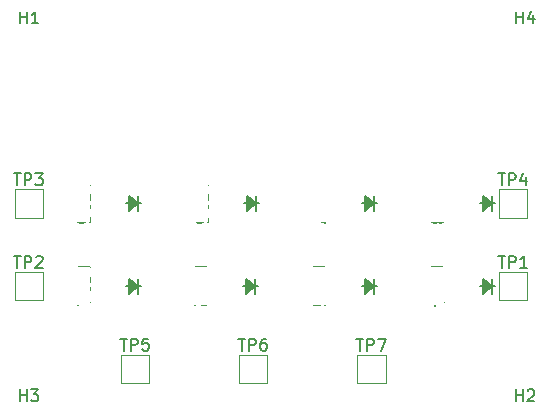
<source format=gbr>
%TF.GenerationSoftware,KiCad,Pcbnew,8.0.2*%
%TF.CreationDate,2024-10-27T20:36:43-03:00*%
%TF.ProjectId,LumiCom_Led,4c756d69-436f-46d5-9f4c-65642e6b6963,rev?*%
%TF.SameCoordinates,Original*%
%TF.FileFunction,Legend,Top*%
%TF.FilePolarity,Positive*%
%FSLAX46Y46*%
G04 Gerber Fmt 4.6, Leading zero omitted, Abs format (unit mm)*
G04 Created by KiCad (PCBNEW 8.0.2) date 2024-10-27 20:36:43*
%MOMM*%
%LPD*%
G01*
G04 APERTURE LIST*
%ADD10C,0.150000*%
%ADD11C,0.152400*%
%ADD12C,0.120000*%
%ADD13R,0.508000X3.302000*%
%ADD14R,1.295400X3.302000*%
%ADD15R,2.000000X2.000000*%
%ADD16C,2.700000*%
G04 APERTURE END LIST*
D10*
X163084680Y-101880952D02*
X163084680Y-101404762D01*
X163084680Y-101404762D02*
X164084680Y-101404762D01*
X163608490Y-102214286D02*
X163608490Y-102547619D01*
X163084680Y-102690476D02*
X163084680Y-102214286D01*
X163084680Y-102214286D02*
X164084680Y-102214286D01*
X164084680Y-102214286D02*
X164084680Y-102690476D01*
X163084680Y-103119048D02*
X164084680Y-103119048D01*
X164084680Y-103119048D02*
X164084680Y-103357143D01*
X164084680Y-103357143D02*
X164037061Y-103500000D01*
X164037061Y-103500000D02*
X163941823Y-103595238D01*
X163941823Y-103595238D02*
X163846585Y-103642857D01*
X163846585Y-103642857D02*
X163656109Y-103690476D01*
X163656109Y-103690476D02*
X163513252Y-103690476D01*
X163513252Y-103690476D02*
X163322776Y-103642857D01*
X163322776Y-103642857D02*
X163227538Y-103595238D01*
X163227538Y-103595238D02*
X163132300Y-103500000D01*
X163132300Y-103500000D02*
X163084680Y-103357143D01*
X163084680Y-103357143D02*
X163084680Y-103119048D01*
X164084680Y-104023810D02*
X164084680Y-104642857D01*
X164084680Y-104642857D02*
X163703728Y-104309524D01*
X163703728Y-104309524D02*
X163703728Y-104452381D01*
X163703728Y-104452381D02*
X163656109Y-104547619D01*
X163656109Y-104547619D02*
X163608490Y-104595238D01*
X163608490Y-104595238D02*
X163513252Y-104642857D01*
X163513252Y-104642857D02*
X163275157Y-104642857D01*
X163275157Y-104642857D02*
X163179919Y-104595238D01*
X163179919Y-104595238D02*
X163132300Y-104547619D01*
X163132300Y-104547619D02*
X163084680Y-104452381D01*
X163084680Y-104452381D02*
X163084680Y-104166667D01*
X163084680Y-104166667D02*
X163132300Y-104071429D01*
X163132300Y-104071429D02*
X163179919Y-104023810D01*
X153084680Y-101880952D02*
X153084680Y-101404762D01*
X153084680Y-101404762D02*
X154084680Y-101404762D01*
X153608490Y-102214286D02*
X153608490Y-102547619D01*
X153084680Y-102690476D02*
X153084680Y-102214286D01*
X153084680Y-102214286D02*
X154084680Y-102214286D01*
X154084680Y-102214286D02*
X154084680Y-102690476D01*
X153084680Y-103119048D02*
X154084680Y-103119048D01*
X154084680Y-103119048D02*
X154084680Y-103357143D01*
X154084680Y-103357143D02*
X154037061Y-103500000D01*
X154037061Y-103500000D02*
X153941823Y-103595238D01*
X153941823Y-103595238D02*
X153846585Y-103642857D01*
X153846585Y-103642857D02*
X153656109Y-103690476D01*
X153656109Y-103690476D02*
X153513252Y-103690476D01*
X153513252Y-103690476D02*
X153322776Y-103642857D01*
X153322776Y-103642857D02*
X153227538Y-103595238D01*
X153227538Y-103595238D02*
X153132300Y-103500000D01*
X153132300Y-103500000D02*
X153084680Y-103357143D01*
X153084680Y-103357143D02*
X153084680Y-103119048D01*
X153989442Y-104071429D02*
X154037061Y-104119048D01*
X154037061Y-104119048D02*
X154084680Y-104214286D01*
X154084680Y-104214286D02*
X154084680Y-104452381D01*
X154084680Y-104452381D02*
X154037061Y-104547619D01*
X154037061Y-104547619D02*
X153989442Y-104595238D01*
X153989442Y-104595238D02*
X153894204Y-104642857D01*
X153894204Y-104642857D02*
X153798966Y-104642857D01*
X153798966Y-104642857D02*
X153656109Y-104595238D01*
X153656109Y-104595238D02*
X153084680Y-104023810D01*
X153084680Y-104023810D02*
X153084680Y-104642857D01*
X173084680Y-101880952D02*
X173084680Y-101404762D01*
X173084680Y-101404762D02*
X174084680Y-101404762D01*
X173608490Y-102214286D02*
X173608490Y-102547619D01*
X173084680Y-102690476D02*
X173084680Y-102214286D01*
X173084680Y-102214286D02*
X174084680Y-102214286D01*
X174084680Y-102214286D02*
X174084680Y-102690476D01*
X173084680Y-103119048D02*
X174084680Y-103119048D01*
X174084680Y-103119048D02*
X174084680Y-103357143D01*
X174084680Y-103357143D02*
X174037061Y-103500000D01*
X174037061Y-103500000D02*
X173941823Y-103595238D01*
X173941823Y-103595238D02*
X173846585Y-103642857D01*
X173846585Y-103642857D02*
X173656109Y-103690476D01*
X173656109Y-103690476D02*
X173513252Y-103690476D01*
X173513252Y-103690476D02*
X173322776Y-103642857D01*
X173322776Y-103642857D02*
X173227538Y-103595238D01*
X173227538Y-103595238D02*
X173132300Y-103500000D01*
X173132300Y-103500000D02*
X173084680Y-103357143D01*
X173084680Y-103357143D02*
X173084680Y-103119048D01*
X173751347Y-104547619D02*
X173084680Y-104547619D01*
X174132300Y-104309524D02*
X173418014Y-104071429D01*
X173418014Y-104071429D02*
X173418014Y-104690476D01*
X156738095Y-107456819D02*
X157309523Y-107456819D01*
X157023809Y-108456819D02*
X157023809Y-107456819D01*
X157642857Y-108456819D02*
X157642857Y-107456819D01*
X157642857Y-107456819D02*
X158023809Y-107456819D01*
X158023809Y-107456819D02*
X158119047Y-107504438D01*
X158119047Y-107504438D02*
X158166666Y-107552057D01*
X158166666Y-107552057D02*
X158214285Y-107647295D01*
X158214285Y-107647295D02*
X158214285Y-107790152D01*
X158214285Y-107790152D02*
X158166666Y-107885390D01*
X158166666Y-107885390D02*
X158119047Y-107933009D01*
X158119047Y-107933009D02*
X158023809Y-107980628D01*
X158023809Y-107980628D02*
X157642857Y-107980628D01*
X159071428Y-107456819D02*
X158880952Y-107456819D01*
X158880952Y-107456819D02*
X158785714Y-107504438D01*
X158785714Y-107504438D02*
X158738095Y-107552057D01*
X158738095Y-107552057D02*
X158642857Y-107694914D01*
X158642857Y-107694914D02*
X158595238Y-107885390D01*
X158595238Y-107885390D02*
X158595238Y-108266342D01*
X158595238Y-108266342D02*
X158642857Y-108361580D01*
X158642857Y-108361580D02*
X158690476Y-108409200D01*
X158690476Y-108409200D02*
X158785714Y-108456819D01*
X158785714Y-108456819D02*
X158976190Y-108456819D01*
X158976190Y-108456819D02*
X159071428Y-108409200D01*
X159071428Y-108409200D02*
X159119047Y-108361580D01*
X159119047Y-108361580D02*
X159166666Y-108266342D01*
X159166666Y-108266342D02*
X159166666Y-108028247D01*
X159166666Y-108028247D02*
X159119047Y-107933009D01*
X159119047Y-107933009D02*
X159071428Y-107885390D01*
X159071428Y-107885390D02*
X158976190Y-107837771D01*
X158976190Y-107837771D02*
X158785714Y-107837771D01*
X158785714Y-107837771D02*
X158690476Y-107885390D01*
X158690476Y-107885390D02*
X158642857Y-107933009D01*
X158642857Y-107933009D02*
X158595238Y-108028247D01*
X180238095Y-112754819D02*
X180238095Y-111754819D01*
X180238095Y-112231009D02*
X180809523Y-112231009D01*
X180809523Y-112754819D02*
X180809523Y-111754819D01*
X181238095Y-111850057D02*
X181285714Y-111802438D01*
X181285714Y-111802438D02*
X181380952Y-111754819D01*
X181380952Y-111754819D02*
X181619047Y-111754819D01*
X181619047Y-111754819D02*
X181714285Y-111802438D01*
X181714285Y-111802438D02*
X181761904Y-111850057D01*
X181761904Y-111850057D02*
X181809523Y-111945295D01*
X181809523Y-111945295D02*
X181809523Y-112040533D01*
X181809523Y-112040533D02*
X181761904Y-112183390D01*
X181761904Y-112183390D02*
X181190476Y-112754819D01*
X181190476Y-112754819D02*
X181809523Y-112754819D01*
X163084680Y-94880952D02*
X163084680Y-94404762D01*
X163084680Y-94404762D02*
X164084680Y-94404762D01*
X163608490Y-95214286D02*
X163608490Y-95547619D01*
X163084680Y-95690476D02*
X163084680Y-95214286D01*
X163084680Y-95214286D02*
X164084680Y-95214286D01*
X164084680Y-95214286D02*
X164084680Y-95690476D01*
X163084680Y-96119048D02*
X164084680Y-96119048D01*
X164084680Y-96119048D02*
X164084680Y-96357143D01*
X164084680Y-96357143D02*
X164037061Y-96500000D01*
X164037061Y-96500000D02*
X163941823Y-96595238D01*
X163941823Y-96595238D02*
X163846585Y-96642857D01*
X163846585Y-96642857D02*
X163656109Y-96690476D01*
X163656109Y-96690476D02*
X163513252Y-96690476D01*
X163513252Y-96690476D02*
X163322776Y-96642857D01*
X163322776Y-96642857D02*
X163227538Y-96595238D01*
X163227538Y-96595238D02*
X163132300Y-96500000D01*
X163132300Y-96500000D02*
X163084680Y-96357143D01*
X163084680Y-96357143D02*
X163084680Y-96119048D01*
X164084680Y-97023810D02*
X164084680Y-97690476D01*
X164084680Y-97690476D02*
X163084680Y-97261905D01*
X180238095Y-80754819D02*
X180238095Y-79754819D01*
X180238095Y-80231009D02*
X180809523Y-80231009D01*
X180809523Y-80754819D02*
X180809523Y-79754819D01*
X181714285Y-80088152D02*
X181714285Y-80754819D01*
X181476190Y-79707200D02*
X181238095Y-80421485D01*
X181238095Y-80421485D02*
X181857142Y-80421485D01*
X178738095Y-93456819D02*
X179309523Y-93456819D01*
X179023809Y-94456819D02*
X179023809Y-93456819D01*
X179642857Y-94456819D02*
X179642857Y-93456819D01*
X179642857Y-93456819D02*
X180023809Y-93456819D01*
X180023809Y-93456819D02*
X180119047Y-93504438D01*
X180119047Y-93504438D02*
X180166666Y-93552057D01*
X180166666Y-93552057D02*
X180214285Y-93647295D01*
X180214285Y-93647295D02*
X180214285Y-93790152D01*
X180214285Y-93790152D02*
X180166666Y-93885390D01*
X180166666Y-93885390D02*
X180119047Y-93933009D01*
X180119047Y-93933009D02*
X180023809Y-93980628D01*
X180023809Y-93980628D02*
X179642857Y-93980628D01*
X181071428Y-93790152D02*
X181071428Y-94456819D01*
X180833333Y-93409200D02*
X180595238Y-94123485D01*
X180595238Y-94123485D02*
X181214285Y-94123485D01*
X137738095Y-100456819D02*
X138309523Y-100456819D01*
X138023809Y-101456819D02*
X138023809Y-100456819D01*
X138642857Y-101456819D02*
X138642857Y-100456819D01*
X138642857Y-100456819D02*
X139023809Y-100456819D01*
X139023809Y-100456819D02*
X139119047Y-100504438D01*
X139119047Y-100504438D02*
X139166666Y-100552057D01*
X139166666Y-100552057D02*
X139214285Y-100647295D01*
X139214285Y-100647295D02*
X139214285Y-100790152D01*
X139214285Y-100790152D02*
X139166666Y-100885390D01*
X139166666Y-100885390D02*
X139119047Y-100933009D01*
X139119047Y-100933009D02*
X139023809Y-100980628D01*
X139023809Y-100980628D02*
X138642857Y-100980628D01*
X139595238Y-100552057D02*
X139642857Y-100504438D01*
X139642857Y-100504438D02*
X139738095Y-100456819D01*
X139738095Y-100456819D02*
X139976190Y-100456819D01*
X139976190Y-100456819D02*
X140071428Y-100504438D01*
X140071428Y-100504438D02*
X140119047Y-100552057D01*
X140119047Y-100552057D02*
X140166666Y-100647295D01*
X140166666Y-100647295D02*
X140166666Y-100742533D01*
X140166666Y-100742533D02*
X140119047Y-100885390D01*
X140119047Y-100885390D02*
X139547619Y-101456819D01*
X139547619Y-101456819D02*
X140166666Y-101456819D01*
X138238095Y-80754819D02*
X138238095Y-79754819D01*
X138238095Y-80231009D02*
X138809523Y-80231009D01*
X138809523Y-80754819D02*
X138809523Y-79754819D01*
X139809523Y-80754819D02*
X139238095Y-80754819D01*
X139523809Y-80754819D02*
X139523809Y-79754819D01*
X139523809Y-79754819D02*
X139428571Y-79897676D01*
X139428571Y-79897676D02*
X139333333Y-79992914D01*
X139333333Y-79992914D02*
X139238095Y-80040533D01*
X137738095Y-93456819D02*
X138309523Y-93456819D01*
X138023809Y-94456819D02*
X138023809Y-93456819D01*
X138642857Y-94456819D02*
X138642857Y-93456819D01*
X138642857Y-93456819D02*
X139023809Y-93456819D01*
X139023809Y-93456819D02*
X139119047Y-93504438D01*
X139119047Y-93504438D02*
X139166666Y-93552057D01*
X139166666Y-93552057D02*
X139214285Y-93647295D01*
X139214285Y-93647295D02*
X139214285Y-93790152D01*
X139214285Y-93790152D02*
X139166666Y-93885390D01*
X139166666Y-93885390D02*
X139119047Y-93933009D01*
X139119047Y-93933009D02*
X139023809Y-93980628D01*
X139023809Y-93980628D02*
X138642857Y-93980628D01*
X139547619Y-93456819D02*
X140166666Y-93456819D01*
X140166666Y-93456819D02*
X139833333Y-93837771D01*
X139833333Y-93837771D02*
X139976190Y-93837771D01*
X139976190Y-93837771D02*
X140071428Y-93885390D01*
X140071428Y-93885390D02*
X140119047Y-93933009D01*
X140119047Y-93933009D02*
X140166666Y-94028247D01*
X140166666Y-94028247D02*
X140166666Y-94266342D01*
X140166666Y-94266342D02*
X140119047Y-94361580D01*
X140119047Y-94361580D02*
X140071428Y-94409200D01*
X140071428Y-94409200D02*
X139976190Y-94456819D01*
X139976190Y-94456819D02*
X139690476Y-94456819D01*
X139690476Y-94456819D02*
X139595238Y-94409200D01*
X139595238Y-94409200D02*
X139547619Y-94361580D01*
X138238095Y-112754819D02*
X138238095Y-111754819D01*
X138238095Y-112231009D02*
X138809523Y-112231009D01*
X138809523Y-112754819D02*
X138809523Y-111754819D01*
X139190476Y-111754819D02*
X139809523Y-111754819D01*
X139809523Y-111754819D02*
X139476190Y-112135771D01*
X139476190Y-112135771D02*
X139619047Y-112135771D01*
X139619047Y-112135771D02*
X139714285Y-112183390D01*
X139714285Y-112183390D02*
X139761904Y-112231009D01*
X139761904Y-112231009D02*
X139809523Y-112326247D01*
X139809523Y-112326247D02*
X139809523Y-112564342D01*
X139809523Y-112564342D02*
X139761904Y-112659580D01*
X139761904Y-112659580D02*
X139714285Y-112707200D01*
X139714285Y-112707200D02*
X139619047Y-112754819D01*
X139619047Y-112754819D02*
X139333333Y-112754819D01*
X139333333Y-112754819D02*
X139238095Y-112707200D01*
X139238095Y-112707200D02*
X139190476Y-112659580D01*
X143148180Y-101880952D02*
X143148180Y-101404762D01*
X143148180Y-101404762D02*
X144148180Y-101404762D01*
X143671990Y-102214286D02*
X143671990Y-102547619D01*
X143148180Y-102690476D02*
X143148180Y-102214286D01*
X143148180Y-102214286D02*
X144148180Y-102214286D01*
X144148180Y-102214286D02*
X144148180Y-102690476D01*
X143148180Y-103119048D02*
X144148180Y-103119048D01*
X144148180Y-103119048D02*
X144148180Y-103357143D01*
X144148180Y-103357143D02*
X144100561Y-103500000D01*
X144100561Y-103500000D02*
X144005323Y-103595238D01*
X144005323Y-103595238D02*
X143910085Y-103642857D01*
X143910085Y-103642857D02*
X143719609Y-103690476D01*
X143719609Y-103690476D02*
X143576752Y-103690476D01*
X143576752Y-103690476D02*
X143386276Y-103642857D01*
X143386276Y-103642857D02*
X143291038Y-103595238D01*
X143291038Y-103595238D02*
X143195800Y-103500000D01*
X143195800Y-103500000D02*
X143148180Y-103357143D01*
X143148180Y-103357143D02*
X143148180Y-103119048D01*
X143148180Y-104642857D02*
X143148180Y-104071429D01*
X143148180Y-104357143D02*
X144148180Y-104357143D01*
X144148180Y-104357143D02*
X144005323Y-104261905D01*
X144005323Y-104261905D02*
X143910085Y-104166667D01*
X143910085Y-104166667D02*
X143862466Y-104071429D01*
X166738095Y-107456819D02*
X167309523Y-107456819D01*
X167023809Y-108456819D02*
X167023809Y-107456819D01*
X167642857Y-108456819D02*
X167642857Y-107456819D01*
X167642857Y-107456819D02*
X168023809Y-107456819D01*
X168023809Y-107456819D02*
X168119047Y-107504438D01*
X168119047Y-107504438D02*
X168166666Y-107552057D01*
X168166666Y-107552057D02*
X168214285Y-107647295D01*
X168214285Y-107647295D02*
X168214285Y-107790152D01*
X168214285Y-107790152D02*
X168166666Y-107885390D01*
X168166666Y-107885390D02*
X168119047Y-107933009D01*
X168119047Y-107933009D02*
X168023809Y-107980628D01*
X168023809Y-107980628D02*
X167642857Y-107980628D01*
X168547619Y-107456819D02*
X169214285Y-107456819D01*
X169214285Y-107456819D02*
X168785714Y-108456819D01*
X173084680Y-94880952D02*
X173084680Y-94404762D01*
X173084680Y-94404762D02*
X174084680Y-94404762D01*
X173608490Y-95214286D02*
X173608490Y-95547619D01*
X173084680Y-95690476D02*
X173084680Y-95214286D01*
X173084680Y-95214286D02*
X174084680Y-95214286D01*
X174084680Y-95214286D02*
X174084680Y-95690476D01*
X173084680Y-96119048D02*
X174084680Y-96119048D01*
X174084680Y-96119048D02*
X174084680Y-96357143D01*
X174084680Y-96357143D02*
X174037061Y-96500000D01*
X174037061Y-96500000D02*
X173941823Y-96595238D01*
X173941823Y-96595238D02*
X173846585Y-96642857D01*
X173846585Y-96642857D02*
X173656109Y-96690476D01*
X173656109Y-96690476D02*
X173513252Y-96690476D01*
X173513252Y-96690476D02*
X173322776Y-96642857D01*
X173322776Y-96642857D02*
X173227538Y-96595238D01*
X173227538Y-96595238D02*
X173132300Y-96500000D01*
X173132300Y-96500000D02*
X173084680Y-96357143D01*
X173084680Y-96357143D02*
X173084680Y-96119048D01*
X173656109Y-97261905D02*
X173703728Y-97166667D01*
X173703728Y-97166667D02*
X173751347Y-97119048D01*
X173751347Y-97119048D02*
X173846585Y-97071429D01*
X173846585Y-97071429D02*
X173894204Y-97071429D01*
X173894204Y-97071429D02*
X173989442Y-97119048D01*
X173989442Y-97119048D02*
X174037061Y-97166667D01*
X174037061Y-97166667D02*
X174084680Y-97261905D01*
X174084680Y-97261905D02*
X174084680Y-97452381D01*
X174084680Y-97452381D02*
X174037061Y-97547619D01*
X174037061Y-97547619D02*
X173989442Y-97595238D01*
X173989442Y-97595238D02*
X173894204Y-97642857D01*
X173894204Y-97642857D02*
X173846585Y-97642857D01*
X173846585Y-97642857D02*
X173751347Y-97595238D01*
X173751347Y-97595238D02*
X173703728Y-97547619D01*
X173703728Y-97547619D02*
X173656109Y-97452381D01*
X173656109Y-97452381D02*
X173656109Y-97261905D01*
X173656109Y-97261905D02*
X173608490Y-97166667D01*
X173608490Y-97166667D02*
X173560871Y-97119048D01*
X173560871Y-97119048D02*
X173465633Y-97071429D01*
X173465633Y-97071429D02*
X173275157Y-97071429D01*
X173275157Y-97071429D02*
X173179919Y-97119048D01*
X173179919Y-97119048D02*
X173132300Y-97166667D01*
X173132300Y-97166667D02*
X173084680Y-97261905D01*
X173084680Y-97261905D02*
X173084680Y-97452381D01*
X173084680Y-97452381D02*
X173132300Y-97547619D01*
X173132300Y-97547619D02*
X173179919Y-97595238D01*
X173179919Y-97595238D02*
X173275157Y-97642857D01*
X173275157Y-97642857D02*
X173465633Y-97642857D01*
X173465633Y-97642857D02*
X173560871Y-97595238D01*
X173560871Y-97595238D02*
X173608490Y-97547619D01*
X173608490Y-97547619D02*
X173656109Y-97452381D01*
X146738095Y-107456819D02*
X147309523Y-107456819D01*
X147023809Y-108456819D02*
X147023809Y-107456819D01*
X147642857Y-108456819D02*
X147642857Y-107456819D01*
X147642857Y-107456819D02*
X148023809Y-107456819D01*
X148023809Y-107456819D02*
X148119047Y-107504438D01*
X148119047Y-107504438D02*
X148166666Y-107552057D01*
X148166666Y-107552057D02*
X148214285Y-107647295D01*
X148214285Y-107647295D02*
X148214285Y-107790152D01*
X148214285Y-107790152D02*
X148166666Y-107885390D01*
X148166666Y-107885390D02*
X148119047Y-107933009D01*
X148119047Y-107933009D02*
X148023809Y-107980628D01*
X148023809Y-107980628D02*
X147642857Y-107980628D01*
X149119047Y-107456819D02*
X148642857Y-107456819D01*
X148642857Y-107456819D02*
X148595238Y-107933009D01*
X148595238Y-107933009D02*
X148642857Y-107885390D01*
X148642857Y-107885390D02*
X148738095Y-107837771D01*
X148738095Y-107837771D02*
X148976190Y-107837771D01*
X148976190Y-107837771D02*
X149071428Y-107885390D01*
X149071428Y-107885390D02*
X149119047Y-107933009D01*
X149119047Y-107933009D02*
X149166666Y-108028247D01*
X149166666Y-108028247D02*
X149166666Y-108266342D01*
X149166666Y-108266342D02*
X149119047Y-108361580D01*
X149119047Y-108361580D02*
X149071428Y-108409200D01*
X149071428Y-108409200D02*
X148976190Y-108456819D01*
X148976190Y-108456819D02*
X148738095Y-108456819D01*
X148738095Y-108456819D02*
X148642857Y-108409200D01*
X148642857Y-108409200D02*
X148595238Y-108361580D01*
X153148180Y-94880952D02*
X153148180Y-94404762D01*
X153148180Y-94404762D02*
X154148180Y-94404762D01*
X153671990Y-95214286D02*
X153671990Y-95547619D01*
X153148180Y-95690476D02*
X153148180Y-95214286D01*
X153148180Y-95214286D02*
X154148180Y-95214286D01*
X154148180Y-95214286D02*
X154148180Y-95690476D01*
X153148180Y-96119048D02*
X154148180Y-96119048D01*
X154148180Y-96119048D02*
X154148180Y-96357143D01*
X154148180Y-96357143D02*
X154100561Y-96500000D01*
X154100561Y-96500000D02*
X154005323Y-96595238D01*
X154005323Y-96595238D02*
X153910085Y-96642857D01*
X153910085Y-96642857D02*
X153719609Y-96690476D01*
X153719609Y-96690476D02*
X153576752Y-96690476D01*
X153576752Y-96690476D02*
X153386276Y-96642857D01*
X153386276Y-96642857D02*
X153291038Y-96595238D01*
X153291038Y-96595238D02*
X153195800Y-96500000D01*
X153195800Y-96500000D02*
X153148180Y-96357143D01*
X153148180Y-96357143D02*
X153148180Y-96119048D01*
X154148180Y-97547619D02*
X154148180Y-97357143D01*
X154148180Y-97357143D02*
X154100561Y-97261905D01*
X154100561Y-97261905D02*
X154052942Y-97214286D01*
X154052942Y-97214286D02*
X153910085Y-97119048D01*
X153910085Y-97119048D02*
X153719609Y-97071429D01*
X153719609Y-97071429D02*
X153338657Y-97071429D01*
X153338657Y-97071429D02*
X153243419Y-97119048D01*
X153243419Y-97119048D02*
X153195800Y-97166667D01*
X153195800Y-97166667D02*
X153148180Y-97261905D01*
X153148180Y-97261905D02*
X153148180Y-97452381D01*
X153148180Y-97452381D02*
X153195800Y-97547619D01*
X153195800Y-97547619D02*
X153243419Y-97595238D01*
X153243419Y-97595238D02*
X153338657Y-97642857D01*
X153338657Y-97642857D02*
X153576752Y-97642857D01*
X153576752Y-97642857D02*
X153671990Y-97595238D01*
X153671990Y-97595238D02*
X153719609Y-97547619D01*
X153719609Y-97547619D02*
X153767228Y-97452381D01*
X153767228Y-97452381D02*
X153767228Y-97261905D01*
X153767228Y-97261905D02*
X153719609Y-97166667D01*
X153719609Y-97166667D02*
X153671990Y-97119048D01*
X153671990Y-97119048D02*
X153576752Y-97071429D01*
X178738095Y-100456819D02*
X179309523Y-100456819D01*
X179023809Y-101456819D02*
X179023809Y-100456819D01*
X179642857Y-101456819D02*
X179642857Y-100456819D01*
X179642857Y-100456819D02*
X180023809Y-100456819D01*
X180023809Y-100456819D02*
X180119047Y-100504438D01*
X180119047Y-100504438D02*
X180166666Y-100552057D01*
X180166666Y-100552057D02*
X180214285Y-100647295D01*
X180214285Y-100647295D02*
X180214285Y-100790152D01*
X180214285Y-100790152D02*
X180166666Y-100885390D01*
X180166666Y-100885390D02*
X180119047Y-100933009D01*
X180119047Y-100933009D02*
X180023809Y-100980628D01*
X180023809Y-100980628D02*
X179642857Y-100980628D01*
X181166666Y-101456819D02*
X180595238Y-101456819D01*
X180880952Y-101456819D02*
X180880952Y-100456819D01*
X180880952Y-100456819D02*
X180785714Y-100599676D01*
X180785714Y-100599676D02*
X180690476Y-100694914D01*
X180690476Y-100694914D02*
X180595238Y-100742533D01*
X143148180Y-94880952D02*
X143148180Y-94404762D01*
X143148180Y-94404762D02*
X144148180Y-94404762D01*
X143671990Y-95214286D02*
X143671990Y-95547619D01*
X143148180Y-95690476D02*
X143148180Y-95214286D01*
X143148180Y-95214286D02*
X144148180Y-95214286D01*
X144148180Y-95214286D02*
X144148180Y-95690476D01*
X143148180Y-96119048D02*
X144148180Y-96119048D01*
X144148180Y-96119048D02*
X144148180Y-96357143D01*
X144148180Y-96357143D02*
X144100561Y-96500000D01*
X144100561Y-96500000D02*
X144005323Y-96595238D01*
X144005323Y-96595238D02*
X143910085Y-96642857D01*
X143910085Y-96642857D02*
X143719609Y-96690476D01*
X143719609Y-96690476D02*
X143576752Y-96690476D01*
X143576752Y-96690476D02*
X143386276Y-96642857D01*
X143386276Y-96642857D02*
X143291038Y-96595238D01*
X143291038Y-96595238D02*
X143195800Y-96500000D01*
X143195800Y-96500000D02*
X143148180Y-96357143D01*
X143148180Y-96357143D02*
X143148180Y-96119048D01*
X144148180Y-97595238D02*
X144148180Y-97119048D01*
X144148180Y-97119048D02*
X143671990Y-97071429D01*
X143671990Y-97071429D02*
X143719609Y-97119048D01*
X143719609Y-97119048D02*
X143767228Y-97214286D01*
X143767228Y-97214286D02*
X143767228Y-97452381D01*
X143767228Y-97452381D02*
X143719609Y-97547619D01*
X143719609Y-97547619D02*
X143671990Y-97595238D01*
X143671990Y-97595238D02*
X143576752Y-97642857D01*
X143576752Y-97642857D02*
X143338657Y-97642857D01*
X143338657Y-97642857D02*
X143243419Y-97595238D01*
X143243419Y-97595238D02*
X143195800Y-97547619D01*
X143195800Y-97547619D02*
X143148180Y-97452381D01*
X143148180Y-97452381D02*
X143148180Y-97214286D01*
X143148180Y-97214286D02*
X143195800Y-97119048D01*
X143195800Y-97119048D02*
X143243419Y-97071429D01*
D11*
%TO.C,LED3*%
X167171700Y-103000000D02*
X168441700Y-103000000D01*
X167425700Y-103635000D02*
X167425700Y-102365000D01*
X168187700Y-103000000D02*
X167425700Y-102365000D01*
X168187700Y-103000000D02*
X167425700Y-102492000D01*
X168187700Y-103000000D02*
X167425700Y-102619000D01*
X168187700Y-103000000D02*
X167425700Y-102746000D01*
X168187700Y-103000000D02*
X167425700Y-102873000D01*
X168187700Y-103000000D02*
X167425700Y-103127000D01*
X168187700Y-103000000D02*
X167425700Y-103254000D01*
X168187700Y-103000000D02*
X167425700Y-103381000D01*
X168187700Y-103000000D02*
X167425700Y-103508000D01*
X168187700Y-103000000D02*
X167425700Y-103635000D01*
X168187700Y-103635000D02*
X168187700Y-102365000D01*
%TO.C,LED2*%
X157171700Y-103000000D02*
X158441700Y-103000000D01*
X157425700Y-103635000D02*
X157425700Y-102365000D01*
X158187700Y-103000000D02*
X157425700Y-102365000D01*
X158187700Y-103000000D02*
X157425700Y-102492000D01*
X158187700Y-103000000D02*
X157425700Y-102619000D01*
X158187700Y-103000000D02*
X157425700Y-102746000D01*
X158187700Y-103000000D02*
X157425700Y-102873000D01*
X158187700Y-103000000D02*
X157425700Y-103127000D01*
X158187700Y-103000000D02*
X157425700Y-103254000D01*
X158187700Y-103000000D02*
X157425700Y-103381000D01*
X158187700Y-103000000D02*
X157425700Y-103508000D01*
X158187700Y-103000000D02*
X157425700Y-103635000D01*
X158187700Y-103635000D02*
X158187700Y-102365000D01*
%TO.C,LED4*%
X177171700Y-103000000D02*
X178441700Y-103000000D01*
X177425700Y-103635000D02*
X177425700Y-102365000D01*
X178187700Y-103000000D02*
X177425700Y-102365000D01*
X178187700Y-103000000D02*
X177425700Y-102492000D01*
X178187700Y-103000000D02*
X177425700Y-102619000D01*
X178187700Y-103000000D02*
X177425700Y-102746000D01*
X178187700Y-103000000D02*
X177425700Y-102873000D01*
X178187700Y-103000000D02*
X177425700Y-103127000D01*
X178187700Y-103000000D02*
X177425700Y-103254000D01*
X178187700Y-103000000D02*
X177425700Y-103381000D01*
X178187700Y-103000000D02*
X177425700Y-103508000D01*
X178187700Y-103000000D02*
X177425700Y-103635000D01*
X178187700Y-103635000D02*
X178187700Y-102365000D01*
D12*
%TO.C,TP6*%
X156800000Y-108800000D02*
X159200000Y-108800000D01*
X156800000Y-111200000D02*
X156800000Y-108800000D01*
X159200000Y-108800000D02*
X159200000Y-111200000D01*
X159200000Y-111200000D02*
X156800000Y-111200000D01*
D11*
%TO.C,LED7*%
X167171700Y-96000000D02*
X168441700Y-96000000D01*
X167425700Y-96635000D02*
X167425700Y-95365000D01*
X168187700Y-96000000D02*
X167425700Y-95365000D01*
X168187700Y-96000000D02*
X167425700Y-95492000D01*
X168187700Y-96000000D02*
X167425700Y-95619000D01*
X168187700Y-96000000D02*
X167425700Y-95746000D01*
X168187700Y-96000000D02*
X167425700Y-95873000D01*
X168187700Y-96000000D02*
X167425700Y-96127000D01*
X168187700Y-96000000D02*
X167425700Y-96254000D01*
X168187700Y-96000000D02*
X167425700Y-96381000D01*
X168187700Y-96000000D02*
X167425700Y-96508000D01*
X168187700Y-96000000D02*
X167425700Y-96635000D01*
X168187700Y-96635000D02*
X168187700Y-95365000D01*
D12*
%TO.C,TP4*%
X178800000Y-94800000D02*
X181200000Y-94800000D01*
X178800000Y-97200000D02*
X178800000Y-94800000D01*
X181200000Y-94800000D02*
X181200000Y-97200000D01*
X181200000Y-97200000D02*
X178800000Y-97200000D01*
%TO.C,TP2*%
X137800000Y-101800000D02*
X140200000Y-101800000D01*
X137800000Y-104200000D02*
X137800000Y-101800000D01*
X140200000Y-101800000D02*
X140200000Y-104200000D01*
X140200000Y-104200000D02*
X137800000Y-104200000D01*
%TO.C,TP3*%
X137800000Y-94800000D02*
X140200000Y-94800000D01*
X137800000Y-97200000D02*
X137800000Y-94800000D01*
X140200000Y-94800000D02*
X140200000Y-97200000D01*
X140200000Y-97200000D02*
X137800000Y-97200000D01*
D11*
%TO.C,LED1*%
X147235200Y-103000000D02*
X148505200Y-103000000D01*
X147489200Y-103635000D02*
X147489200Y-102365000D01*
X148251200Y-103000000D02*
X147489200Y-102365000D01*
X148251200Y-103000000D02*
X147489200Y-102492000D01*
X148251200Y-103000000D02*
X147489200Y-102619000D01*
X148251200Y-103000000D02*
X147489200Y-102746000D01*
X148251200Y-103000000D02*
X147489200Y-102873000D01*
X148251200Y-103000000D02*
X147489200Y-103127000D01*
X148251200Y-103000000D02*
X147489200Y-103254000D01*
X148251200Y-103000000D02*
X147489200Y-103381000D01*
X148251200Y-103000000D02*
X147489200Y-103508000D01*
X148251200Y-103000000D02*
X147489200Y-103635000D01*
X148251200Y-103635000D02*
X148251200Y-102365000D01*
D12*
%TO.C,TP7*%
X166800000Y-108800000D02*
X169200000Y-108800000D01*
X166800000Y-111200000D02*
X166800000Y-108800000D01*
X169200000Y-108800000D02*
X169200000Y-111200000D01*
X169200000Y-111200000D02*
X166800000Y-111200000D01*
D11*
%TO.C,LED8*%
X177171700Y-96000000D02*
X178441700Y-96000000D01*
X177425700Y-96635000D02*
X177425700Y-95365000D01*
X178187700Y-96000000D02*
X177425700Y-95365000D01*
X178187700Y-96000000D02*
X177425700Y-95492000D01*
X178187700Y-96000000D02*
X177425700Y-95619000D01*
X178187700Y-96000000D02*
X177425700Y-95746000D01*
X178187700Y-96000000D02*
X177425700Y-95873000D01*
X178187700Y-96000000D02*
X177425700Y-96127000D01*
X178187700Y-96000000D02*
X177425700Y-96254000D01*
X178187700Y-96000000D02*
X177425700Y-96381000D01*
X178187700Y-96000000D02*
X177425700Y-96508000D01*
X178187700Y-96000000D02*
X177425700Y-96635000D01*
X178187700Y-96635000D02*
X178187700Y-95365000D01*
D12*
%TO.C,TP5*%
X146800000Y-108800000D02*
X149200000Y-108800000D01*
X146800000Y-111200000D02*
X146800000Y-108800000D01*
X149200000Y-108800000D02*
X149200000Y-111200000D01*
X149200000Y-111200000D02*
X146800000Y-111200000D01*
D11*
%TO.C,LED6*%
X157235200Y-96000000D02*
X158505200Y-96000000D01*
X157489200Y-96635000D02*
X157489200Y-95365000D01*
X158251200Y-96000000D02*
X157489200Y-95365000D01*
X158251200Y-96000000D02*
X157489200Y-95492000D01*
X158251200Y-96000000D02*
X157489200Y-95619000D01*
X158251200Y-96000000D02*
X157489200Y-95746000D01*
X158251200Y-96000000D02*
X157489200Y-95873000D01*
X158251200Y-96000000D02*
X157489200Y-96127000D01*
X158251200Y-96000000D02*
X157489200Y-96254000D01*
X158251200Y-96000000D02*
X157489200Y-96381000D01*
X158251200Y-96000000D02*
X157489200Y-96508000D01*
X158251200Y-96000000D02*
X157489200Y-96635000D01*
X158251200Y-96635000D02*
X158251200Y-95365000D01*
D12*
%TO.C,TP1*%
X178800000Y-101800000D02*
X181200000Y-101800000D01*
X178800000Y-104200000D02*
X178800000Y-101800000D01*
X181200000Y-101800000D02*
X181200000Y-104200000D01*
X181200000Y-104200000D02*
X178800000Y-104200000D01*
D11*
%TO.C,LED5*%
X147235200Y-96000000D02*
X148505200Y-96000000D01*
X147489200Y-96635000D02*
X147489200Y-95365000D01*
X148251200Y-96000000D02*
X147489200Y-95365000D01*
X148251200Y-96000000D02*
X147489200Y-95492000D01*
X148251200Y-96000000D02*
X147489200Y-95619000D01*
X148251200Y-96000000D02*
X147489200Y-95746000D01*
X148251200Y-96000000D02*
X147489200Y-95873000D01*
X148251200Y-96000000D02*
X147489200Y-96127000D01*
X148251200Y-96000000D02*
X147489200Y-96254000D01*
X148251200Y-96000000D02*
X147489200Y-96381000D01*
X148251200Y-96000000D02*
X147489200Y-96508000D01*
X148251200Y-96000000D02*
X147489200Y-96635000D01*
X148251200Y-96635000D02*
X148251200Y-95365000D01*
%TD*%
%LPC*%
D13*
%TO.C,LED3*%
X164936500Y-103000000D03*
D14*
X163539500Y-103000000D03*
D13*
X162142500Y-103000000D03*
%TD*%
%TO.C,LED2*%
X154936500Y-103000000D03*
D14*
X153539500Y-103000000D03*
D13*
X152142500Y-103000000D03*
%TD*%
%TO.C,LED4*%
X174936500Y-103000000D03*
D14*
X173539500Y-103000000D03*
D13*
X172142500Y-103000000D03*
%TD*%
D15*
%TO.C,TP6*%
X158000000Y-110000000D03*
%TD*%
D16*
%TO.C,H2*%
X181000000Y-116000000D03*
%TD*%
D13*
%TO.C,LED7*%
X164936500Y-96000000D03*
D14*
X163539500Y-96000000D03*
D13*
X162142500Y-96000000D03*
%TD*%
D16*
%TO.C,H4*%
X181000000Y-84000000D03*
%TD*%
D15*
%TO.C,TP4*%
X180000000Y-96000000D03*
%TD*%
%TO.C,TP2*%
X139000000Y-103000000D03*
%TD*%
D16*
%TO.C,H1*%
X139000000Y-84000000D03*
%TD*%
D15*
%TO.C,TP3*%
X139000000Y-96000000D03*
%TD*%
D16*
%TO.C,H3*%
X139000000Y-116000000D03*
%TD*%
D13*
%TO.C,LED1*%
X145000000Y-103000000D03*
D14*
X143603000Y-103000000D03*
D13*
X142206000Y-103000000D03*
%TD*%
D15*
%TO.C,TP7*%
X168000000Y-110000000D03*
%TD*%
D13*
%TO.C,LED8*%
X174936500Y-96000000D03*
D14*
X173539500Y-96000000D03*
D13*
X172142500Y-96000000D03*
%TD*%
D15*
%TO.C,TP5*%
X148000000Y-110000000D03*
%TD*%
D13*
%TO.C,LED6*%
X155000000Y-96000000D03*
D14*
X153603000Y-96000000D03*
D13*
X152206000Y-96000000D03*
%TD*%
D15*
%TO.C,TP1*%
X180000000Y-103000000D03*
%TD*%
D13*
%TO.C,LED5*%
X145000000Y-96000000D03*
D14*
X143603000Y-96000000D03*
D13*
X142206000Y-96000000D03*
%TD*%
%LPD*%
M02*

</source>
